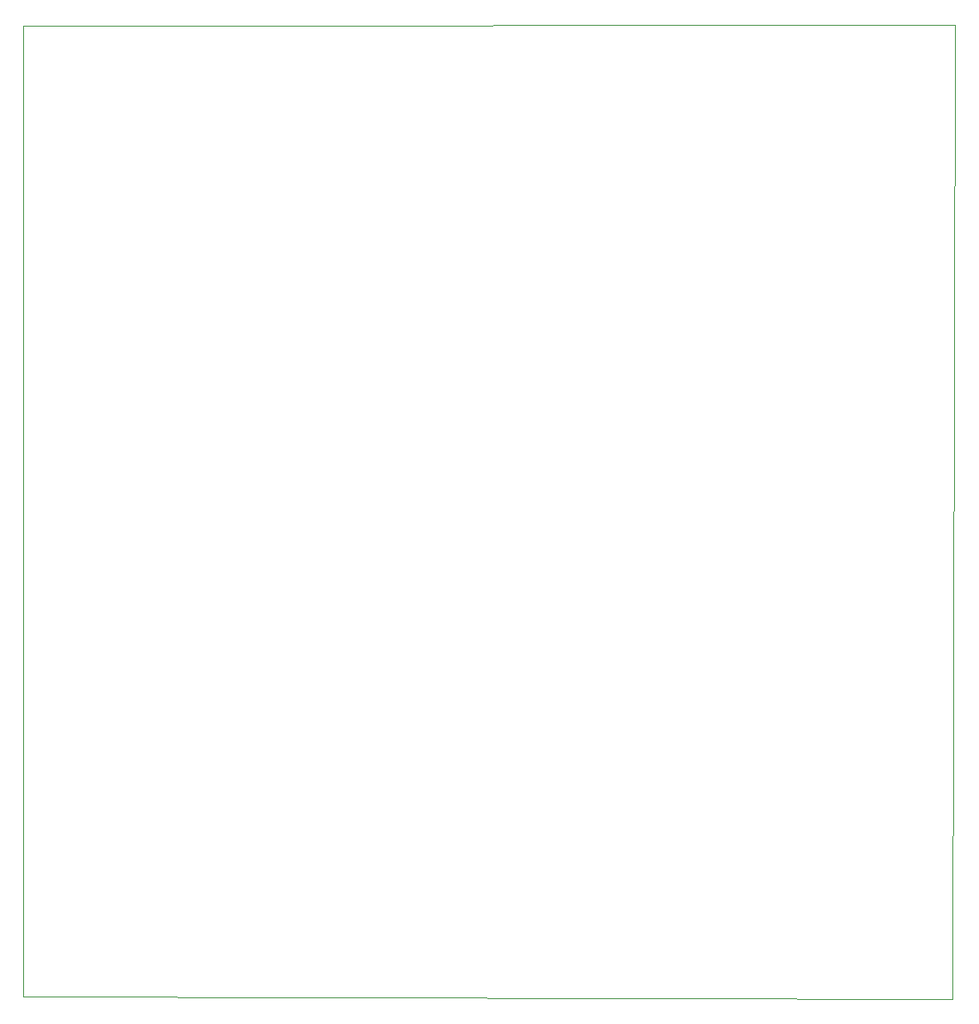
<source format=gbr>
G04 #@! TF.GenerationSoftware,KiCad,Pcbnew,5.1.5-52549c5~84~ubuntu18.04.1*
G04 #@! TF.CreationDate,2020-03-02T16:39:28-05:00*
G04 #@! TF.ProjectId,Etapa de potencia,45746170-6120-4646-9520-706f74656e63,rev?*
G04 #@! TF.SameCoordinates,Original*
G04 #@! TF.FileFunction,Profile,NP*
%FSLAX46Y46*%
G04 Gerber Fmt 4.6, Leading zero omitted, Abs format (unit mm)*
G04 Created by KiCad (PCBNEW 5.1.5-52549c5~84~ubuntu18.04.1) date 2020-03-02 16:39:28*
%MOMM*%
%LPD*%
G04 APERTURE LIST*
%ADD10C,0.050000*%
G04 APERTURE END LIST*
D10*
X64389000Y-43688000D02*
X64389000Y-139446000D01*
X156337000Y-43561000D02*
X64389000Y-43688000D01*
X156083000Y-139700000D02*
X156337000Y-43561000D01*
X64389000Y-139446000D02*
X156083000Y-139700000D01*
M02*

</source>
